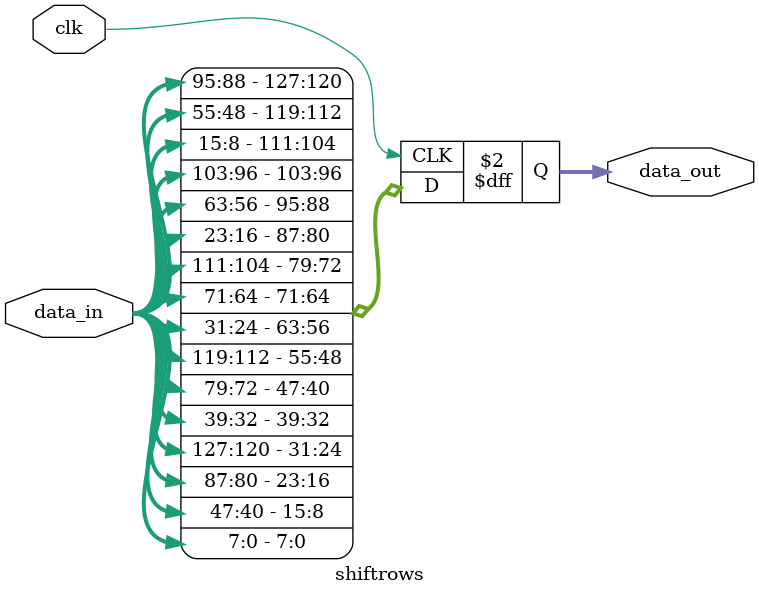
<source format=sv>
module shiftrows (input logic [127:0] data_in,
                  input logic clk,
                  output logic [127:0] data_out);

    always_ff @(posedge clk) begin
        data_out[127:120] <= data_in[95:88];
        data_out[119:112] <= data_in[55:48];
        data_out[111:104] <= data_in[15:8];
        data_out[103:96] <= data_in[103:96];

        data_out[95:88] <= data_in[63:56];
        data_out[87:80] <= data_in[23:16];
        data_out[79:72] <= data_in[111:104];
        data_out[71:64] <= data_in[71:64];

        data_out[63:56] <= data_in[31:24];
        data_out[55:48] <= data_in[119:112];
        data_out[47:40] <= data_in[79:72];
        data_out[39:32] <= data_in[39:32];

        data_out[31:24] <= data_in[127:120];
        data_out[23:16] <= data_in[87:80];
        data_out[15:8] <= data_in[47:40];
        data_out[7:0] <= data_in[7:0];
    end

endmodule //shiftrows
</source>
